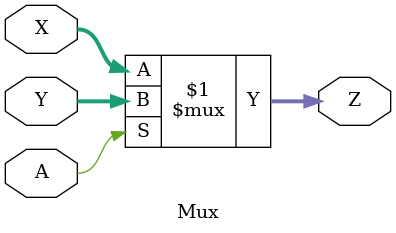
<source format=v>
`timescale 1ns/1ns

module Mux(X, Y, A, Z);
input [3:0] X, Y;
input A;
output [3:0] Z;

assign Z = (A) ? Y : X;

endmodule

</source>
